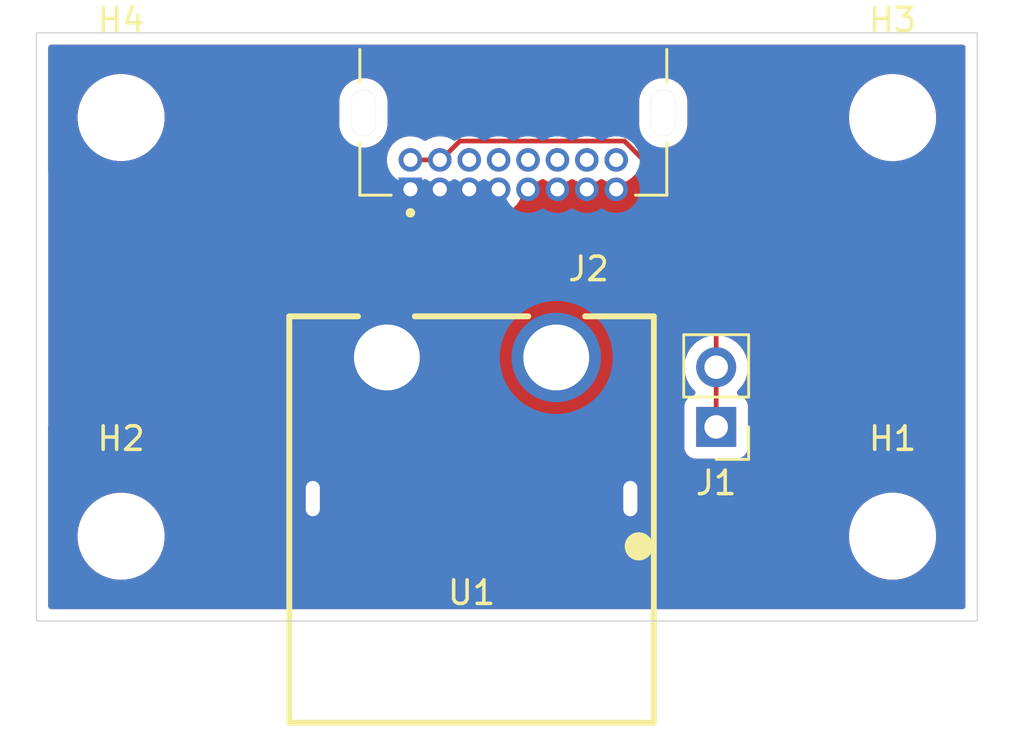
<source format=kicad_pcb>
(kicad_pcb (version 20241229) (generator "pcbnew") (generator_version "9.0")
  (layers (0 "F.Cu" signal) (2 "B.Cu" signal) (13 "F.Paste" user) (15 "B.Paste" user) (5 "F.SilkS" user "F.Silkscreen") (7 "B.SilkS" user "B.Silkscreen") (1 "F.Mask" user) (3 "B.Mask" user) (25 "Edge.Cuts" user))
  (net 0 "")
  (net 1 "+20V_J")
  (net 2 "WDT_WDI_Jetson")
  (net 3 "GND")
  (footprint "jetson_adapter_foots:TH_2P-XT60PW-F" (layer "F.Cu") (at 186.2 116.7 180)
    (property "Reference" "U1" (at 0 -7 0) (layer "F.SilkS"))
    (property "Value" "XT60PW-F_C428722")
    (fp_line (start 7.75 4.75) (end 7.75 -12.53) (stroke (width 0.25)) (layer "F.SilkS"))
    (fp_line (start 7.75 -12.53) (end -7.75 -12.53) (stroke (width 0.25)) (layer "F.SilkS"))
    (fp_line (start 4.83 4.75) (end 7.75 4.75) (stroke (width 0.25)) (layer "F.SilkS"))
    (fp_line (start -2.41 4.75) (end 2.41 4.75) (stroke (width 0.25)) (layer "F.SilkS"))
    (fp_line (start -7.75 4.75) (end -4.83 4.75) (stroke (width 0.25)) (layer "F.SilkS"))
    (fp_line (start -7.75 -12.53) (end -7.75 4.75) (stroke (width 0.25)) (layer "F.SilkS"))
    (fp_circle (center -7.11 -5.03) (end -6.81 -5.03) (stroke (width 0.6)) (fill no) (layer "F.SilkS"))
    (pad "1" thru_hole oval (at -6.75 -3 270) (size 2.2 1.3) (drill oval 1.500022 0.599999) (layers "*.Cu" "*.Mask") (net 3 "GND"))
    (pad "2" thru_hole oval (at 6.75 -3 270) (size 2.2 1.3) (drill oval 1.500022 0.599999) (layers "*.Cu" "*.Mask") (net 3 "GND"))
    (pad "3" thru_hole circle (at -3.6 3 180) (size 3.8 3.8) (drill 2.799994) (layers "*.Cu" "*.Mask") (net 1 "+20V_J"))
    (pad "4" thru_hole circle (at 3.6 3 180) (size 3.8 3.8) (drill 2.799994) (layers "*.Cu" "*.Mask") (net 3 "GND"))
  )
  (footprint "Connector_PinHeader_2.54mm:PinHeader_1x02_P2.54mm_Vertical" (layer "F.Cu") (at 196.6 116.6525 180)
    (property "Reference" "J1" (at 0 -2.38 0) (layer "F.SilkS"))
    (property "Value" "Conn_01x02_Pin")
    (fp_line (start 1.38 1.27) (end 1.38 3.92) (stroke (width 0.12)) (layer "F.SilkS"))
    (fp_line (start -1.38 3.92) (end 1.38 3.92) (stroke (width 0.12)) (layer "F.SilkS"))
    (fp_line (start -1.38 1.27) (end 1.38 1.27) (stroke (width 0.12)) (layer "F.SilkS"))
    (fp_line (start -1.38 1.27) (end -1.38 3.92) (stroke (width 0.12)) (layer "F.SilkS"))
    (fp_line (start -1.38 0) (end -1.38 -1.38) (stroke (width 0.12)) (layer "F.SilkS"))
    (fp_line (start -1.38 -1.38) (end 0 -1.38) (stroke (width 0.12)) (layer "F.SilkS"))
    (pad "1" thru_hole rect (at 0 0 180) (size 1.7 1.7) (drill 1) (layers "*.Cu" "*.Mask") (net 2 "WDT_WDI_Jetson"))
    (pad "2" thru_hole circle (at 0 2.54 180) (size 1.7 1.7) (drill 1) (layers "*.Cu" "*.Mask") (net 2 "WDT_WDI_Jetson"))
  )
  (footprint "jetson_adapter_foots:HARWIN_G125-MH11605L1P" (layer "F.Cu") (at 187.975 103.3 180)
    (property "Reference" "J2" (at -3.2 -6.635 0) (layer "F.SilkS"))
    (property "Value" "G125-MH11605L1P")
    (fp_line (start 6.525 1.295) (end 6.525 2.7) (stroke (width 0.127)) (layer "F.SilkS"))
    (fp_line (start 6.525 -3.5) (end 6.525 -1.295) (stroke (width 0.127)) (layer "F.SilkS"))
    (fp_line (start 6.525 -3.5) (end 5.195 -3.5) (stroke (width 0.127)) (layer "F.SilkS"))
    (fp_line (start -6.525 1.295) (end -6.525 2.7) (stroke (width 0.127)) (layer "F.SilkS"))
    (fp_line (start -6.525 -3.5) (end -5.195 -3.5) (stroke (width 0.127)) (layer "F.SilkS"))
    (fp_line (start -6.525 -3.5) (end -6.525 -1.295) (stroke (width 0.127)) (layer "F.SilkS"))
    (fp_circle (center 4.375 -4.25) (end 4.475 -4.25) (stroke (width 0.2)) (fill no) (layer "F.SilkS"))
    (fp_line (start 6.9 0.45) (end 6.9 -0.45) (stroke (width 0.01)) (layer "Edge.Cuts"))
    (fp_line (start 5.85 -0.45) (end 5.85 0.45) (stroke (width 0.01)) (layer "Edge.Cuts"))
    (fp_line (start -5.85 0.45) (end -5.85 -0.45) (stroke (width 0.01)) (layer "Edge.Cuts"))
    (fp_line (start -6.9 -0.45) (end -6.9 0.45) (stroke (width 0.01)) (layer "Edge.Cuts"))
    (fp_arc (start 6.9 0.45) (mid 6.746231 0.821231) (end 6.375 0.975) (stroke (width 0.01)) (layer "Edge.Cuts"))
    (fp_arc (start 6.375 0.975) (mid 6.003769 0.821231) (end 5.85 0.45) (stroke (width 0.01)) (layer "Edge.Cuts"))
    (fp_arc (start 6.375 -0.975) (mid 6.746231 -0.821231) (end 6.9 -0.45) (stroke (width 0.01)) (layer "Edge.Cuts"))
    (fp_arc (start 5.85 -0.45) (mid 6.003769 -0.821231) (end 6.375 -0.975) (stroke (width 0.01)) (layer "Edge.Cuts"))
    (fp_arc (start -5.85 0.45) (mid -6.003769 0.821231) (end -6.375 0.975) (stroke (width 0.01)) (layer "Edge.Cuts"))
    (fp_arc (start -6.375 0.975) (mid -6.746231 0.821231) (end -6.9 0.45) (stroke (width 0.01)) (layer "Edge.Cuts"))
    (fp_arc (start -6.375 -0.975) (mid -6.003769 -0.821231) (end -5.85 -0.45) (stroke (width 0.01)) (layer "Edge.Cuts"))
    (fp_arc (start -6.9 -0.45) (mid -6.746231 -0.821231) (end -6.375 -0.975) (stroke (width 0.01)) (layer "Edge.Cuts"))
    (pad "" np_thru_hole circle (at -6.375 0 180) (size 1.05 1.05) (drill 1.05) (layers "*.Cu" "*.Mask"))
    (pad "" np_thru_hole circle (at 6.375 0 180) (size 1.05 1.05) (drill 1.05) (layers "*.Cu" "*.Mask"))
    (pad "1" thru_hole rect (at 4.375 -3.25 180) (size 1 1) (drill 0.6) (layers "*.Cu" "*.Mask") (net 3 "GND"))
    (pad "2" thru_hole circle (at 3.125 -3.25 180) (size 1 1) (drill 0.6) (layers "*.Cu" "*.Mask") (net 3 "GND"))
    (pad "3" thru_hole circle (at 1.875 -3.25 180) (size 1 1) (drill 0.6) (layers "*.Cu" "*.Mask") (net 3 "GND"))
    (pad "4" thru_hole circle (at 0.625 -3.25 180) (size 1 1) (drill 0.6) (layers "*.Cu" "*.Mask") (net 3 "GND"))
    (pad "5" thru_hole circle (at -0.625 -3.25 180) (size 1 1) (drill 0.6) (layers "*.Cu" "*.Mask") (net 1 "+20V_J"))
    (pad "6" thru_hole circle (at -1.875 -3.25 180) (size 1 1) (drill 0.6) (layers "*.Cu" "*.Mask") (net 1 "+20V_J"))
    (pad "7" thru_hole circle (at -3.125 -3.25 180) (size 1 1) (drill 0.6) (layers "*.Cu" "*.Mask") (net 1 "+20V_J"))
    (pad "8" thru_hole circle (at -4.375 -3.25 180) (size 1 1) (drill 0.6) (layers "*.Cu" "*.Mask") (net 1 "+20V_J"))
    (pad "9" thru_hole circle (at 4.375 -2 180) (size 1 1) (drill 0.6) (layers "*.Cu" "*.Mask") (net 2 "WDT_WDI_Jetson"))
    (pad "10" thru_hole circle (at 3.125 -2 180) (size 1 1) (drill 0.6) (layers "*.Cu" "*.Mask") (net 2 "WDT_WDI_Jetson"))
    (pad "11" thru_hole circle (at 1.875 -2 180) (size 1 1) (drill 0.6) (layers "*.Cu" "*.Mask"))
    (pad "12" thru_hole circle (at 0.625 -2 180) (size 1 1) (drill 0.6) (layers "*.Cu" "*.Mask"))
    (pad "13" thru_hole circle (at -0.625 -2 180) (size 1 1) (drill 0.6) (layers "*.Cu" "*.Mask"))
    (pad "14" thru_hole circle (at -1.875 -2 180) (size 1 1) (drill 0.6) (layers "*.Cu" "*.Mask"))
    (pad "15" thru_hole circle (at -3.125 -2 180) (size 1 1) (drill 0.6) (layers "*.Cu" "*.Mask"))
    (pad "16" thru_hole circle (at -4.375 -2 180) (size 1 1) (drill 0.6) (layers "*.Cu" "*.Mask"))
  )
  (footprint "MountingHole:MountingHole_3.2mm_M3" (layer "F.Cu") (at 171.3 121.3)
    (property "Reference" "H2" (at 0 -4.15 0) (layer "F.SilkS"))
    (property "Value" "MountingHole")
    (pad "" np_thru_hole circle (at 0 0) (size 3.2 3.2) (drill 3.2) (layers "*.Cu" "*.Mask"))
  )
  (footprint "MountingHole:MountingHole_3.2mm_M3" (layer "F.Cu") (at 204.1 121.3)
    (property "Reference" "H1" (at 0 -4.15 0) (layer "F.SilkS"))
    (property "Value" "MountingHole")
    (pad "" np_thru_hole circle (at 0 0) (size 3.2 3.2) (drill 3.2) (layers "*.Cu" "*.Mask"))
  )
  (footprint "MountingHole:MountingHole_3.2mm_M3" (layer "F.Cu") (at 171.3 103.5)
    (property "Reference" "H4" (at 0 -4.15 0) (layer "F.SilkS"))
    (property "Value" "MountingHole")
    (pad "" np_thru_hole circle (at 0 0) (size 3.2 3.2) (drill 3.2) (layers "*.Cu" "*.Mask"))
  )
  (footprint "MountingHole:MountingHole_3.2mm_M3" (layer "F.Cu") (at 204.1 103.5)
    (property "Reference" "H3" (at 0 -4.15 0) (layer "F.SilkS"))
    (property "Value" "MountingHole")
    (pad "" np_thru_hole circle (at 0 0) (size 3.2 3.2) (drill 3.2) (layers "*.Cu" "*.Mask"))
  )
  (gr_rect (start 167.7 99.9) (end 207.7 124.9) (stroke (width 0.05)) (fill no) (layer "Edge.Cuts"))
  (gr_text_box "Mercury-1\nBy Luca Lanzillotta" (start 203.6 103.75) (end 209.6 119.25) (margins 1.0025 1.0025 1.0025 1.0025) (angle 90) (layer "F.Cu") (effects (font (size 0.8 0.8) (thickness 0.1)) (justify left top)) (border no) (stroke (width 0.2)))
  (gr_text_box "no custom jetson board..." (start 167.6 105.875) (end 178 116.525) (margins 1.0025 1.0025 1.0025 1.0025) (layer "F.Cu") (effects (font (size 1.5 1.5) (thickness 0.3) (bold yes)) (justify left top)) (border no) (stroke (width 0.2)))
  (segment (start 196.6 114.2) (end 196.6 108.4) (width 0.2) (layer "F.Cu") (net 2))
  (segment (start 196.6 116.6525) (end 196.6 114.2) (width 0.2) (layer "F.Cu") (net 2))
  (segment (start 185.701 104.499) (end 184.9 105.3) (width 0.2) (layer "F.Cu") (net 2))
  (segment (start 196.6 108.4) (end 192.699 104.499) (width 0.2) (layer "F.Cu") (net 2))
  (segment (start 192.699 104.499) (end 185.701 104.499) (width 0.2) (layer "F.Cu") (net 2))
  (segment (start 184.9 105.3) (end 183.6 105.3) (width 0.2) (layer "F.Cu") (net 2))
  (zone (net 1) (net_name "+20V_J") (layer "F.Cu") (connect_pads yes (clearance 0.5)) (min_thickness 0.25) (fill yes (thermal_gap 0.5) (thermal_bridge_width 0.5))
    (polygon (pts (xy 167.7 99.9) (xy 207.7 99.9) (xy 207.7 124.9) (xy 167.7 124.9)))
  )
  (zone (net 3) (net_name "GND") (layer "B.Cu") (priority 1) (connect_pads yes (clearance 0.5)) (min_thickness 0.25) (fill yes (thermal_gap 0.5) (thermal_bridge_width 0.5))
    (polygon (pts (xy 167.7 99.9) (xy 207.7 99.9) (xy 207.7 124.9) (xy 167.7 124.9)))
  )
)
</source>
